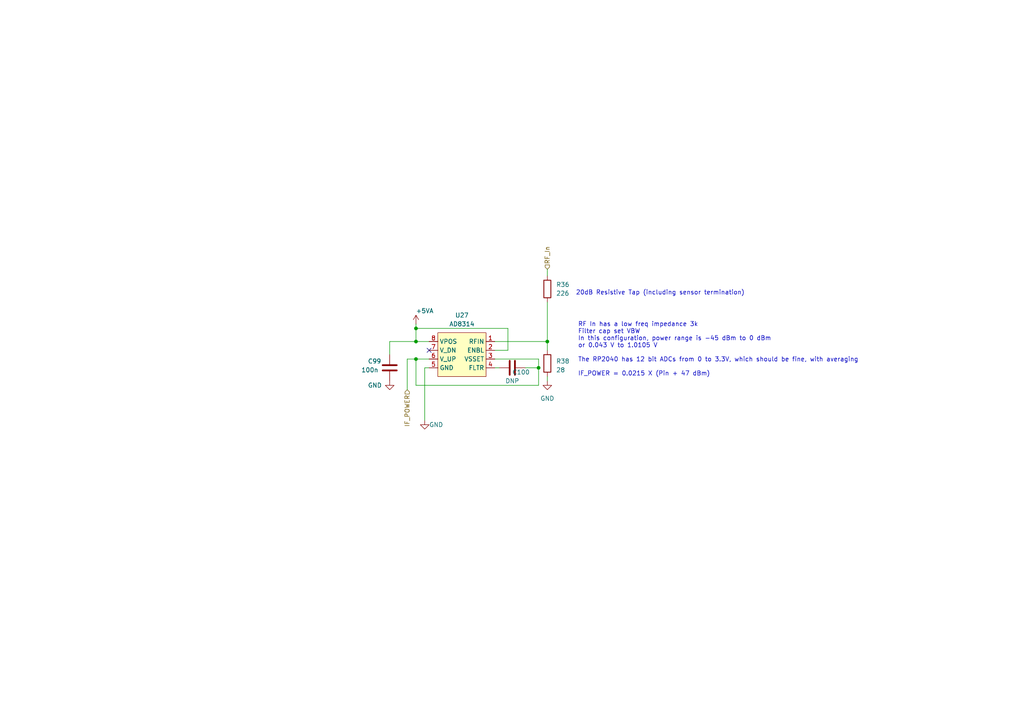
<source format=kicad_sch>
(kicad_sch (version 20230121) (generator eeschema)
  (paper "A4")
  (lib_symbols
    (symbol "Device:C" (pin_numbers hide) (pin_names (offset 0.254))
      (property "Reference" "C" (at 0.635 2.54 0))
      (property "Value" "C" (at 0.635 -2.54 0))
      (symbol "C_0_1"
        (polyline (pts (xy -2.032 -0.762) (xy 2.032 -0.762)) (stroke (width 0.508)))
        (polyline (pts (xy -2.032 0.762) (xy 2.032 0.762)) (stroke (width 0.508)))
      )
      (symbol "C_1_1"
        (pin passive line (at 0 3.81 270) (length 2.794) (name "~") (number "1"))
        (pin passive line (at 0 -3.81 90) (length 2.794) (name "~") (number "2"))
      )
    )
    (symbol "Device:R" (pin_numbers hide) (pin_names (offset 0))
      (property "Reference" "R" (at 2.032 0 90))
      (property "Value" "R" (at 0 0 90))
      (symbol "R_0_1"
        (rectangle (start -1.016 -2.54) (end 1.016 2.54) (stroke (width 0.254)))
      )
      (symbol "R_1_1"
        (pin passive line (at 0 3.81 270) (length 1.27) (name "~") (number "1"))
        (pin passive line (at 0 -3.81 90) (length 1.27) (name "~") (number "2"))
      )
    )
    (symbol "Project Library:AD8314"
      (property "Reference" "U" (at 0 7.62 0))
      (property "Value" "AD8314" (at 0 10.16 0))
      (symbol "AD8314_0_1"
        (rectangle (start -6.35 6.35) (end 7.62 -6.35) (fill (type background)))
      )
      (symbol "AD8314_1_1"
        (pin input line (at -8.89 3.81 0) (length 2.54) (name "RFIN") (number "1"))
        (pin input line (at -8.89 1.27 0) (length 2.54) (name "ENBL") (number "2"))
        (pin passive line (at -8.89 -1.27 0) (length 2.54) (name "VSSET") (number "3"))
        (pin passive line (at -8.89 -3.81 0) (length 2.54) (name "FLTR") (number "4"))
        (pin power_in line (at 10.16 -3.81 180) (length 2.54) (name "GND") (number "5"))
        (pin output line (at 10.16 -1.27 180) (length 2.54) (name "V_UP") (number "6"))
        (pin output line (at 10.16 1.27 180) (length 2.54) (name "V_DN") (number "7"))
        (pin power_in line (at 10.16 3.81 180) (length 2.54) (name "VPOS") (number "8"))
      )
    )
    (symbol "power:+5VA" (power) (pin_names (offset 0))
      (property "Value" "+5VA" (at 0 3.556 0))
      (symbol "+5VA_0_1"
        (polyline (pts (xy -0.762 1.27) (xy 0 2.54)))
        (polyline (pts (xy 0 0) (xy 0 2.54)))
        (polyline (pts (xy 0 2.54) (xy 0.762 1.27)))
      )
      (symbol "+5VA_1_1"
        (pin power_in line (at 0 0 90) (length 0) hide (name "+5VA") (number "1"))
      )
    )
    (symbol "power:GND" (power) (pin_names (offset 0))
      (property "Value" "GND" (at 0 -3.81 0))
      (symbol "GND_0_1"
        (polyline (pts (xy 0 0) (xy 0 -1.27) (xy 1.27 -1.27) (xy 0 -2.54) (xy -1.27 -1.27) (xy 0 -1.27)))
      )
      (symbol "GND_1_1"
        (pin power_in line (at 0 0 270) (length 0) hide (name "GND") (number "1"))
      )
    )
  )
  (junction (at 120.65 95.25))
  (junction (at 156.21 106.68))
  (junction (at 120.65 104.14))
  (junction (at 120.65 99.06))
  (junction (at 158.75 99.06))
  (no_connect (at 124.46 101.6))
  (wire (pts (xy 124.46 99.06) (xy 120.65 99.06)))
  (wire (pts (xy 143.51 104.14) (xy 156.21 104.14)))
  (wire (pts (xy 152.4 106.68) (xy 156.21 106.68)))
  (wire (pts (xy 156.21 111.76) (xy 120.65 111.76)))
  (wire (pts (xy 120.65 93.98) (xy 120.65 95.25)))
  (wire (pts (xy 156.21 106.68) (xy 156.21 111.76)))
  (wire (pts (xy 158.75 78.105) (xy 158.75 80.01)))
  (wire (pts (xy 120.65 99.06) (xy 120.65 95.25)))
  (wire (pts (xy 120.65 111.76) (xy 120.65 104.14)))
  (wire (pts (xy 118.11 104.14) (xy 120.65 104.14)))
  (wire (pts (xy 120.65 104.14) (xy 124.46 104.14)))
  (wire (pts (xy 158.75 109.22) (xy 158.75 110.49)))
  (wire (pts (xy 113.03 102.87) (xy 113.03 99.06)))
  (wire (pts (xy 113.03 99.06) (xy 120.65 99.06)))
  (wire (pts (xy 158.75 87.63) (xy 158.75 99.06)))
  (wire (pts (xy 123.19 121.92) (xy 123.19 106.68)))
  (wire (pts (xy 147.32 101.6) (xy 147.32 95.25)))
  (wire (pts (xy 147.32 95.25) (xy 120.65 95.25)))
  (wire (pts (xy 143.51 99.06) (xy 158.75 99.06)))
  (wire (pts (xy 118.11 113.03) (xy 118.11 104.14)))
  (wire (pts (xy 156.21 104.14) (xy 156.21 106.68)))
  (wire (pts (xy 158.75 99.06) (xy 158.75 101.6)))
  (wire (pts (xy 123.19 106.68) (xy 124.46 106.68)))
  (wire (pts (xy 143.51 101.6) (xy 147.32 101.6)))
  (wire (pts (xy 143.51 106.68) (xy 144.78 106.68)))
  (text "RF In has a low freq impedance 3k\nFilter cap set VBW\nIn this configuration, power range is -45 dBm to 0 dBm\nor 0.043 V to 1.0105 V\n\nThe RP2040 has 12 bit ADCs from 0 to 3.3V, which should be fine, with averaging\n\nIF_POWER = 0.0215 X (Pin + 47 dBm)" (at 167.64 109.22 0) (effects (font (size 1.27 1.27)) (justify left bottom)))
  (text "20dB Resistive Tap (including sensor termination)\n" (at 167.005 85.725 0) (effects (font (size 1.27 1.27)) (justify left bottom)))
  (hierarchical_label "IF_POWER" (shape input) (at 118.11 113.03 270))
  (hierarchical_label "RF_In" (shape input) (at 158.75 78.105 90))
  (symbol (lib_id "Device:C") (at 148.59 106.68 90) (unit 1)
    (property "Reference" "C100" (at 151.13 107.95 90))
    (property "Value" "DNP" (at 148.59 110.49 90))
    (property "Footprint" "Capacitor_SMD:C_0402_1005Metric" (effects hide))
    (instances (project "GreX Frontend" (path "" (reference "C100") (unit 1)) (path "" (reference "C88") (unit 1))))
  )
  (symbol (lib_id "Device:C") (at 113.03 106.68 180) (unit 1)
    (property "Reference" "C99" (at 106.68 104.775 0) (effects (justify right)))
    (property "Value" "100n" (at 104.775 107.315 0) (effects (justify right)))
    (property "Footprint" "Capacitor_SMD:C_0402_1005Metric" (effects hide))
    (property "MPN" "CC0402KRX7R7BB104" (effects hide))
    (property "LCSC" "C60474" (effects hide))
    (instances (project "GreX Frontend" (path "" (reference "C99") (unit 1)) (path "" (reference "C85") (unit 1))))
  )
  (symbol (lib_id "power:GND") (at 158.75 110.49 0) (unit 1)
    (property "Reference" "#PWR0206" (effects hide))
    (property "Value" "GND" (at 158.75 115.57 0))
    (instances (project "GreX Frontend" (path "" (reference "#PWR0206") (unit 1)) (path "" (reference "#PWR0202") (unit 1))))
  )
  (symbol (lib_id "power:+5VA") (at 120.65 93.98 0) (unit 1)
    (property "Reference" "#PWR0205" (effects hide))
    (property "Value" "+5VA" (at 123.19 90.17 0))
    (instances (project "GreX Frontend" (path "" (reference "#PWR0205") (unit 1)) (path "" (reference "#PWR0190") (unit 1))))
  )
  (symbol (lib_id "Project Library:AD8314") (at 134.62 102.87 0) (mirror y) (unit 1)
    (property "Reference" "U27" (at 133.985 91.44 0))
    (property "Value" "AD8314" (at 133.985 93.98 0))
    (property "Footprint" "Package_SO:MSOP-8_3x3mm_P0.65mm" (effects hide))
    (property "MPN" "AD8314ARMZ" (effects hide))
    (property "LCSC" "C459906" (effects hide))
    (instances (project "GreX Frontend" (path "" (reference "U27") (unit 1)) (path "" (reference "U22") (unit 1))))
  )
  (symbol (lib_id "Device:R") (at 158.75 83.82 0) (unit 1)
    (property "Reference" "R36" (at 161.29 82.5499 0) (effects (justify left)))
    (property "Value" "226" (at 161.29 85.0899 0) (effects (justify left)))
    (property "Footprint" "Resistor_SMD:R_0402_1005Metric" (effects hide))
    (property "LCSC" "C226355" (effects hide))
    (property "MPN" "AC0402FR-07226RL" (effects hide))
    (instances (project "GreX Frontend" (path "" (reference "R36") (unit 1)) (path "" (reference "R3") (unit 1))))
  )
  (symbol (lib_id "Device:R") (at 158.75 105.41 180) (unit 1)
    (property "Reference" "R38" (at 161.29 104.775 0) (effects (justify right)))
    (property "Value" "28" (at 161.29 107.315 0) (effects (justify right)))
    (property "Footprint" "Resistor_SMD:R_0402_1005Metric" (effects hide))
    (property "LCSC" "C3025688" (effects hide))
    (property "MPN" "ERJ2RKF28R0X" (effects hide))
    (instances (project "GreX Frontend" (path "" (reference "R38") (unit 1)) (path "" (reference "R18") (unit 1))))
  )
  (symbol (lib_id "power:GND") (at 113.03 110.49 0) (unit 1)
    (property "Reference" "#PWR0207" (effects hide))
    (property "Value" "GND" (at 106.68 111.76 0) (effects (justify left)))
    (instances (project "GreX Frontend" (path "" (reference "#PWR0207") (unit 1)) (path "" (reference "#PWR0203") (unit 1))))
  )
  (symbol (lib_id "power:GND") (at 123.19 121.92 0) (unit 1)
    (property "Reference" "#PWR0208" (effects hide))
    (property "Value" "GND" (at 124.46 123.19 0) (effects (justify left)))
    (instances (project "GreX Frontend" (path "" (reference "#PWR0208") (unit 1)) (path "" (reference "#PWR0204") (unit 1))))
  )
)
</source>
